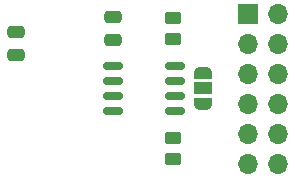
<source format=gbr>
%TF.GenerationSoftware,KiCad,Pcbnew,7.0.10*%
%TF.CreationDate,2024-01-17T20:15:58+01:00*%
%TF.ProjectId,RA01_868,52413031-5f38-4363-982e-6b696361645f,rev?*%
%TF.SameCoordinates,Original*%
%TF.FileFunction,Soldermask,Bot*%
%TF.FilePolarity,Negative*%
%FSLAX46Y46*%
G04 Gerber Fmt 4.6, Leading zero omitted, Abs format (unit mm)*
G04 Created by KiCad (PCBNEW 7.0.10) date 2024-01-17 20:15:58*
%MOMM*%
%LPD*%
G01*
G04 APERTURE LIST*
G04 Aperture macros list*
%AMRoundRect*
0 Rectangle with rounded corners*
0 $1 Rounding radius*
0 $2 $3 $4 $5 $6 $7 $8 $9 X,Y pos of 4 corners*
0 Add a 4 corners polygon primitive as box body*
4,1,4,$2,$3,$4,$5,$6,$7,$8,$9,$2,$3,0*
0 Add four circle primitives for the rounded corners*
1,1,$1+$1,$2,$3*
1,1,$1+$1,$4,$5*
1,1,$1+$1,$6,$7*
1,1,$1+$1,$8,$9*
0 Add four rect primitives between the rounded corners*
20,1,$1+$1,$2,$3,$4,$5,0*
20,1,$1+$1,$4,$5,$6,$7,0*
20,1,$1+$1,$6,$7,$8,$9,0*
20,1,$1+$1,$8,$9,$2,$3,0*%
%AMFreePoly0*
4,1,19,0.550000,-0.750000,0.000000,-0.750000,0.000000,-0.744911,-0.071157,-0.744911,-0.207708,-0.704816,-0.327430,-0.627875,-0.420627,-0.520320,-0.479746,-0.390866,-0.500000,-0.250000,-0.500000,0.250000,-0.479746,0.390866,-0.420627,0.520320,-0.327430,0.627875,-0.207708,0.704816,-0.071157,0.744911,0.000000,0.744911,0.000000,0.750000,0.550000,0.750000,0.550000,-0.750000,0.550000,-0.750000,
$1*%
%AMFreePoly1*
4,1,19,0.000000,0.744911,0.071157,0.744911,0.207708,0.704816,0.327430,0.627875,0.420627,0.520320,0.479746,0.390866,0.500000,0.250000,0.500000,-0.250000,0.479746,-0.390866,0.420627,-0.520320,0.327430,-0.627875,0.207708,-0.704816,0.071157,-0.744911,0.000000,-0.744911,0.000000,-0.750000,-0.550000,-0.750000,-0.550000,0.750000,0.000000,0.750000,0.000000,0.744911,0.000000,0.744911,
$1*%
G04 Aperture macros list end*
%ADD10R,1.700000X1.700000*%
%ADD11O,1.700000X1.700000*%
%ADD12FreePoly0,270.000000*%
%ADD13R,1.500000X1.000000*%
%ADD14FreePoly1,270.000000*%
%ADD15RoundRect,0.250000X0.475000X-0.250000X0.475000X0.250000X-0.475000X0.250000X-0.475000X-0.250000X0*%
%ADD16RoundRect,0.250000X-0.450000X0.262500X-0.450000X-0.262500X0.450000X-0.262500X0.450000X0.262500X0*%
%ADD17RoundRect,0.150000X0.675000X0.150000X-0.675000X0.150000X-0.675000X-0.150000X0.675000X-0.150000X0*%
G04 APERTURE END LIST*
D10*
%TO.C,J1*%
X149860000Y-43180000D03*
D11*
X152400000Y-43180000D03*
X149860000Y-45720000D03*
X152400000Y-45720000D03*
X149860000Y-48260000D03*
X152400000Y-48260000D03*
X149860000Y-50800000D03*
X152400000Y-50800000D03*
X149860000Y-53340000D03*
X152400000Y-53340000D03*
X149860000Y-55880000D03*
X152400000Y-55880000D03*
%TD*%
D12*
%TO.C,JP1*%
X146050000Y-48200000D03*
D13*
X146050000Y-49500000D03*
D14*
X146050000Y-50800000D03*
%TD*%
D15*
%TO.C,C1*%
X130175000Y-46670000D03*
X130175000Y-44770000D03*
%TD*%
D16*
%TO.C,R2*%
X143510000Y-53697500D03*
X143510000Y-55522500D03*
%TD*%
%TO.C,R1*%
X143510000Y-43537500D03*
X143510000Y-45362500D03*
%TD*%
D15*
%TO.C,C2*%
X138430000Y-45400000D03*
X138430000Y-43500000D03*
%TD*%
D17*
%TO.C,U2*%
X143680000Y-47625000D03*
X143680000Y-48895000D03*
X143680000Y-50165000D03*
X143680000Y-51435000D03*
X138430000Y-51435000D03*
X138430000Y-50165000D03*
X138430000Y-48895000D03*
X138430000Y-47625000D03*
%TD*%
M02*

</source>
